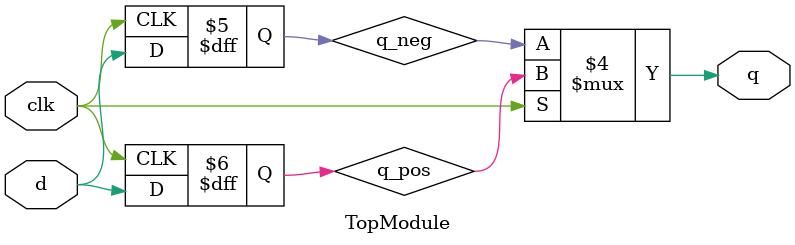
<source format=sv>
module TopModule (
    input logic clk,
    input logic d,
    output logic q
);

    logic q_pos, q_neg;

    // Positive edge triggered flip-flop
    always @(posedge clk) begin
        q_pos <= d;
    end

    // Negative edge triggered flip-flop
    always @(negedge clk) begin
        q_neg <= d;
    end

    // Multiplexer to select the output based on the clock edge
    always @(*) begin
        q = clk ? q_pos : q_neg;
    end

endmodule
</source>
